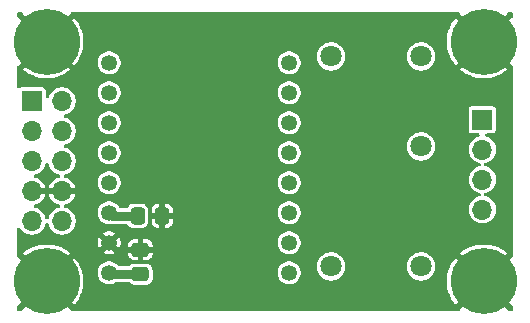
<source format=gbr>
%TF.GenerationSoftware,KiCad,Pcbnew,9.0.0*%
%TF.CreationDate,2025-07-05T14:51:00+02:00*%
%TF.ProjectId,pc-switch,70632d73-7769-4746-9368-2e6b69636164,rev?*%
%TF.SameCoordinates,Original*%
%TF.FileFunction,Copper,L2,Bot*%
%TF.FilePolarity,Positive*%
%FSLAX46Y46*%
G04 Gerber Fmt 4.6, Leading zero omitted, Abs format (unit mm)*
G04 Created by KiCad (PCBNEW 9.0.0) date 2025-07-05 14:51:00*
%MOMM*%
%LPD*%
G01*
G04 APERTURE LIST*
G04 Aperture macros list*
%AMRoundRect*
0 Rectangle with rounded corners*
0 $1 Rounding radius*
0 $2 $3 $4 $5 $6 $7 $8 $9 X,Y pos of 4 corners*
0 Add a 4 corners polygon primitive as box body*
4,1,4,$2,$3,$4,$5,$6,$7,$8,$9,$2,$3,0*
0 Add four circle primitives for the rounded corners*
1,1,$1+$1,$2,$3*
1,1,$1+$1,$4,$5*
1,1,$1+$1,$6,$7*
1,1,$1+$1,$8,$9*
0 Add four rect primitives between the rounded corners*
20,1,$1+$1,$2,$3,$4,$5,0*
20,1,$1+$1,$4,$5,$6,$7,0*
20,1,$1+$1,$6,$7,$8,$9,0*
20,1,$1+$1,$8,$9,$2,$3,0*%
G04 Aperture macros list end*
%TA.AperFunction,ComponentPad*%
%ADD10R,1.700000X1.700000*%
%TD*%
%TA.AperFunction,ComponentPad*%
%ADD11O,1.700000X1.700000*%
%TD*%
%TA.AperFunction,ComponentPad*%
%ADD12C,5.600000*%
%TD*%
%TA.AperFunction,SMDPad,CuDef*%
%ADD13RoundRect,0.250000X-0.337500X-0.475000X0.337500X-0.475000X0.337500X0.475000X-0.337500X0.475000X0*%
%TD*%
%TA.AperFunction,SMDPad,CuDef*%
%ADD14RoundRect,0.250000X0.475000X-0.337500X0.475000X0.337500X-0.475000X0.337500X-0.475000X-0.337500X0*%
%TD*%
%TA.AperFunction,ComponentPad*%
%ADD15C,1.803400*%
%TD*%
%TA.AperFunction,ComponentPad*%
%ADD16C,1.348000*%
%TD*%
%TA.AperFunction,ViaPad*%
%ADD17C,0.600000*%
%TD*%
%TA.AperFunction,Conductor*%
%ADD18C,0.750000*%
%TD*%
G04 APERTURE END LIST*
D10*
%TO.P,J103,1,Pin_1*%
%TO.N,/SW_1*%
X153750000Y-83300000D03*
D11*
%TO.P,J103,2,Pin_2*%
%TO.N,/SW_0*%
X153750000Y-85840000D03*
%TO.P,J103,3,Pin_3*%
%TO.N,/SW_1*%
X153750000Y-88380000D03*
%TO.P,J103,4,Pin_4*%
%TO.N,/SW_0*%
X153750000Y-90920000D03*
%TD*%
D12*
%TO.P,H103,1,1*%
%TO.N,GND*%
X153850000Y-97000000D03*
%TD*%
D13*
%TO.P,C102,1*%
%TO.N,+3V3*%
X124562500Y-91450000D03*
%TO.P,C102,2*%
%TO.N,GND*%
X126637500Y-91450000D03*
%TD*%
D14*
%TO.P,C101,1*%
%TO.N,+5V*%
X124800000Y-96387500D03*
%TO.P,C101,2*%
%TO.N,GND*%
X124800000Y-94312500D03*
%TD*%
D12*
%TO.P,H104,1,1*%
%TO.N,GND*%
X116850000Y-97000000D03*
%TD*%
%TO.P,H102,1,1*%
%TO.N,GND*%
X153850000Y-76700000D03*
%TD*%
%TO.P,H101,1,1*%
%TO.N,GND*%
X116850000Y-76700000D03*
%TD*%
D15*
%TO.P,U102,1,A1*%
%TO.N,Net-(U101-GPIO20)*%
X148552001Y-95735100D03*
%TO.P,U102,3,11*%
%TO.N,/SW_0*%
X148552001Y-85575100D03*
%TO.P,U102,5,14*%
%TO.N,/SW_1*%
X148552001Y-77955099D03*
%TO.P,U102,2,A2*%
%TO.N,Net-(U101-GPIO21)*%
X140932001Y-95735100D03*
%TO.P,U102,4,12*%
%TO.N,unconnected-(U102-12-Pad4)*%
X140932001Y-77955100D03*
%TD*%
D16*
%TO.P,U101,5,GPIO5*%
%TO.N,unconnected-(U101-GPIO5-Pad5)*%
X137380000Y-96270000D03*
%TO.P,U101,6,GPIO6*%
%TO.N,unconnected-(U101-GPIO6-Pad6)*%
X137380000Y-93730000D03*
%TO.P,U101,7,GPIO7*%
%TO.N,unconnected-(U101-GPIO7-Pad7)*%
X137380000Y-91190000D03*
%TO.P,U101,8,GPIO8*%
%TO.N,unconnected-(U101-GPIO8-Pad8)*%
X137380000Y-88650000D03*
%TO.P,U101,9,GPIO9*%
%TO.N,unconnected-(U101-GPIO9-Pad9)*%
X137380000Y-86110000D03*
%TO.P,U101,10,GPIO10*%
%TO.N,unconnected-(U101-GPIO10-Pad10)*%
X137380000Y-83570000D03*
%TO.P,U101,20,GPIO20*%
%TO.N,Net-(U101-GPIO20)*%
X137380000Y-81030000D03*
%TO.P,U101,21,GPIO21*%
%TO.N,Net-(U101-GPIO21)*%
X137380000Y-78490000D03*
%TO.P,U101,0,GPIO0*%
%TO.N,unconnected-(U101-GPIO0-Pad0)*%
X122140000Y-78490000D03*
%TO.P,U101,1,GPIO1*%
%TO.N,unconnected-(U101-GPIO1-Pad1)*%
X122140000Y-81030000D03*
%TO.P,U101,2,GPIO2*%
%TO.N,unconnected-(U101-GPIO2-Pad2)*%
X122140000Y-83570000D03*
%TO.P,U101,3,GPIO3*%
%TO.N,unconnected-(U101-GPIO3-Pad3)*%
X122140000Y-86110000D03*
%TO.P,U101,4,GPIO4*%
%TO.N,unconnected-(U101-GPIO4-Pad4)*%
X122140000Y-88650000D03*
%TO.P,U101,3.3,3V3*%
%TO.N,+3V3*%
X122140000Y-91190000D03*
%TO.P,U101,G,GND*%
%TO.N,GND*%
X122140000Y-93730000D03*
%TO.P,U101,5V,5V*%
%TO.N,+5V*%
X122140000Y-96270000D03*
%TD*%
D10*
%TO.P,J104,1,Pin_1*%
%TO.N,+5V*%
X115610000Y-81730000D03*
D11*
%TO.P,J104,2,Pin_2*%
X118150000Y-81730000D03*
%TO.P,J104,3,Pin_3*%
%TO.N,unconnected-(J104-Pin_3-Pad3)*%
X115610000Y-84270000D03*
%TO.P,J104,4,Pin_4*%
%TO.N,unconnected-(J104-Pin_4-Pad4)*%
X118150000Y-84270000D03*
%TO.P,J104,5,Pin_5*%
%TO.N,unconnected-(J104-Pin_5-Pad5)*%
X115610000Y-86810000D03*
%TO.P,J104,6,Pin_6*%
%TO.N,unconnected-(J104-Pin_6-Pad6)*%
X118150000Y-86810000D03*
%TO.P,J104,7,Pin_7*%
%TO.N,GND*%
X115610000Y-89350000D03*
%TO.P,J104,8,Pin_8*%
X118150000Y-89350000D03*
%TO.P,J104,9,Pin_9*%
%TO.N,unconnected-(J104-Pin_9-Pad9)*%
X115610000Y-91890000D03*
%TO.P,J104,10,Pin_10*%
%TO.N,unconnected-(J104-Pin_10-Pad10)*%
X118150000Y-91890000D03*
%TD*%
D17*
%TO.N,GND*%
X136150000Y-90000000D03*
X136200000Y-84800000D03*
%TD*%
D18*
%TO.N,+3V3*%
X122400000Y-91450000D02*
X122140000Y-91190000D01*
X124562500Y-91450000D02*
X122400000Y-91450000D01*
%TO.N,+5V*%
X122257500Y-96387500D02*
X122140000Y-96270000D01*
X124800000Y-96387500D02*
X122257500Y-96387500D01*
%TD*%
%TA.AperFunction,Conductor*%
%TO.N,GND*%
G36*
X115629588Y-98042330D02*
G01*
X115807670Y-98220412D01*
X115909300Y-98294251D01*
X114835045Y-99368506D01*
X114830933Y-99383850D01*
X114823882Y-99417647D01*
X114821020Y-99420849D01*
X114819908Y-99425000D01*
X114795492Y-99449415D01*
X114772489Y-99475157D01*
X114768408Y-99476499D01*
X114765370Y-99479538D01*
X114732022Y-99488473D01*
X114699225Y-99499266D01*
X114690870Y-99499500D01*
X114499500Y-99499500D01*
X114425000Y-99479538D01*
X114370462Y-99425000D01*
X114350500Y-99350500D01*
X114350500Y-99159129D01*
X114370462Y-99084629D01*
X114425000Y-99030091D01*
X114481491Y-99014954D01*
X115555747Y-97940697D01*
X115629588Y-98042330D01*
G37*
%TD.AperFunction*%
%TA.AperFunction,Conductor*%
G36*
X151765370Y-74220462D02*
G01*
X151819908Y-74275000D01*
X151835044Y-74331491D01*
X152909301Y-75405748D01*
X152807670Y-75479588D01*
X152629588Y-75657670D01*
X152555748Y-75759301D01*
X151487240Y-74690793D01*
X151487239Y-74690793D01*
X151317774Y-74903294D01*
X151132532Y-75198107D01*
X150981462Y-75511806D01*
X150981459Y-75511815D01*
X150866461Y-75840461D01*
X150866460Y-75840463D01*
X150788984Y-76179907D01*
X150750000Y-76525908D01*
X150750000Y-76874091D01*
X150788984Y-77220092D01*
X150866460Y-77559536D01*
X150866461Y-77559538D01*
X150981459Y-77888184D01*
X150981462Y-77888193D01*
X151132532Y-78201892D01*
X151317775Y-78496706D01*
X151487240Y-78709205D01*
X152555747Y-77640697D01*
X152629588Y-77742330D01*
X152807670Y-77920412D01*
X152909300Y-77994251D01*
X151840793Y-79062758D01*
X151840793Y-79062759D01*
X152053293Y-79232224D01*
X152348107Y-79417467D01*
X152661806Y-79568537D01*
X152661815Y-79568540D01*
X152990461Y-79683538D01*
X152990463Y-79683539D01*
X153329907Y-79761015D01*
X153675908Y-79800000D01*
X154024092Y-79800000D01*
X154370092Y-79761015D01*
X154709536Y-79683539D01*
X154709538Y-79683538D01*
X155038184Y-79568540D01*
X155038193Y-79568537D01*
X155351892Y-79417467D01*
X155646706Y-79232224D01*
X155859205Y-79062759D01*
X155859205Y-79062758D01*
X154790698Y-77994251D01*
X154892330Y-77920412D01*
X155070412Y-77742330D01*
X155144251Y-77640698D01*
X156219656Y-78716103D01*
X156267647Y-78726117D01*
X156325157Y-78777510D01*
X156349266Y-78850774D01*
X156349500Y-78859129D01*
X156349500Y-94840869D01*
X156329538Y-94915369D01*
X156275000Y-94969907D01*
X156218508Y-94985043D01*
X155144251Y-96059300D01*
X155070412Y-95957670D01*
X154892330Y-95779588D01*
X154790697Y-95705747D01*
X155859205Y-94637240D01*
X155859205Y-94637239D01*
X155646706Y-94467775D01*
X155351892Y-94282532D01*
X155038193Y-94131462D01*
X155038184Y-94131459D01*
X154709538Y-94016461D01*
X154709536Y-94016460D01*
X154370092Y-93938984D01*
X154024092Y-93900000D01*
X153675908Y-93900000D01*
X153329907Y-93938984D01*
X152990463Y-94016460D01*
X152990461Y-94016461D01*
X152661815Y-94131459D01*
X152661806Y-94131462D01*
X152348107Y-94282532D01*
X152053294Y-94467774D01*
X151840793Y-94637239D01*
X151840793Y-94637240D01*
X152909301Y-95705748D01*
X152807670Y-95779588D01*
X152629588Y-95957670D01*
X152555748Y-96059301D01*
X151487240Y-94990793D01*
X151487239Y-94990793D01*
X151317774Y-95203294D01*
X151132532Y-95498107D01*
X150981462Y-95811806D01*
X150981459Y-95811815D01*
X150866461Y-96140461D01*
X150866460Y-96140463D01*
X150788984Y-96479907D01*
X150750000Y-96825908D01*
X150750000Y-97174091D01*
X150788984Y-97520092D01*
X150866460Y-97859536D01*
X150866461Y-97859538D01*
X150981459Y-98188184D01*
X150981462Y-98188193D01*
X151132532Y-98501892D01*
X151317775Y-98796706D01*
X151487240Y-99009205D01*
X152555747Y-97940697D01*
X152629588Y-98042330D01*
X152807670Y-98220412D01*
X152909300Y-98294251D01*
X151833895Y-99369656D01*
X151823882Y-99417647D01*
X151772489Y-99475157D01*
X151699225Y-99499266D01*
X151690870Y-99499500D01*
X119009129Y-99499500D01*
X118934629Y-99479538D01*
X118880091Y-99425000D01*
X118864953Y-99368506D01*
X117790698Y-98294251D01*
X117892330Y-98220412D01*
X118070412Y-98042330D01*
X118144251Y-97940698D01*
X119212758Y-99009205D01*
X119212759Y-99009205D01*
X119382224Y-98796706D01*
X119567467Y-98501892D01*
X119718537Y-98188193D01*
X119718540Y-98188184D01*
X119833538Y-97859538D01*
X119833539Y-97859536D01*
X119911015Y-97520092D01*
X119950000Y-97174091D01*
X119950000Y-96825908D01*
X119911015Y-96479907D01*
X119847095Y-96199856D01*
X119847095Y-96199855D01*
X119841197Y-96174016D01*
X121165500Y-96174016D01*
X121165500Y-96365983D01*
X121202949Y-96554250D01*
X121202950Y-96554252D01*
X121276405Y-96731591D01*
X121276409Y-96731599D01*
X121297598Y-96763311D01*
X121383057Y-96891207D01*
X121518793Y-97026943D01*
X121678401Y-97133591D01*
X121855749Y-97207050D01*
X122044020Y-97244500D01*
X122044024Y-97244500D01*
X122235976Y-97244500D01*
X122235980Y-97244500D01*
X122424251Y-97207050D01*
X122601599Y-97133591D01*
X122669663Y-97088112D01*
X122742698Y-97063319D01*
X122752444Y-97063000D01*
X123816423Y-97063000D01*
X123890923Y-97082962D01*
X123923713Y-97111881D01*
X123924876Y-97110719D01*
X123932074Y-97117917D01*
X123932078Y-97117922D01*
X124052658Y-97209361D01*
X124193436Y-97264877D01*
X124281898Y-97275500D01*
X124281899Y-97275500D01*
X125318101Y-97275500D01*
X125318102Y-97275500D01*
X125406564Y-97264877D01*
X125547342Y-97209361D01*
X125667922Y-97117922D01*
X125759361Y-96997342D01*
X125814877Y-96856564D01*
X125825500Y-96768102D01*
X125825500Y-96174016D01*
X136405500Y-96174016D01*
X136405500Y-96365983D01*
X136442949Y-96554250D01*
X136442950Y-96554252D01*
X136516405Y-96731591D01*
X136516409Y-96731599D01*
X136537598Y-96763311D01*
X136623057Y-96891207D01*
X136758793Y-97026943D01*
X136918401Y-97133591D01*
X137095749Y-97207050D01*
X137284020Y-97244500D01*
X137284024Y-97244500D01*
X137475976Y-97244500D01*
X137475980Y-97244500D01*
X137664251Y-97207050D01*
X137841599Y-97133591D01*
X138001207Y-97026943D01*
X138136943Y-96891207D01*
X138243591Y-96731599D01*
X138317050Y-96554251D01*
X138354500Y-96365980D01*
X138354500Y-96174020D01*
X138317050Y-95985749D01*
X138270733Y-95873929D01*
X138243594Y-95808408D01*
X138243593Y-95808406D01*
X138243591Y-95808401D01*
X138182793Y-95717411D01*
X138182792Y-95717409D01*
X138136947Y-95648798D01*
X138136941Y-95648791D01*
X138128635Y-95640485D01*
X139729801Y-95640485D01*
X139729801Y-95829715D01*
X139750068Y-95957670D01*
X139759404Y-96016618D01*
X139817875Y-96196574D01*
X139817877Y-96196579D01*
X139817879Y-96196584D01*
X139903788Y-96365190D01*
X140015015Y-96518280D01*
X140148821Y-96652086D01*
X140301911Y-96763313D01*
X140470517Y-96849222D01*
X140650485Y-96907697D01*
X140837386Y-96937300D01*
X140837391Y-96937300D01*
X141026611Y-96937300D01*
X141026616Y-96937300D01*
X141213517Y-96907697D01*
X141393485Y-96849222D01*
X141562091Y-96763313D01*
X141715181Y-96652086D01*
X141848987Y-96518280D01*
X141960214Y-96365190D01*
X142046123Y-96196584D01*
X142104598Y-96016616D01*
X142134201Y-95829715D01*
X142134201Y-95640485D01*
X147349801Y-95640485D01*
X147349801Y-95829715D01*
X147370068Y-95957670D01*
X147379404Y-96016618D01*
X147437875Y-96196574D01*
X147437877Y-96196579D01*
X147437879Y-96196584D01*
X147523788Y-96365190D01*
X147635015Y-96518280D01*
X147768821Y-96652086D01*
X147921911Y-96763313D01*
X148090517Y-96849222D01*
X148270485Y-96907697D01*
X148457386Y-96937300D01*
X148457391Y-96937300D01*
X148646611Y-96937300D01*
X148646616Y-96937300D01*
X148833517Y-96907697D01*
X149013485Y-96849222D01*
X149182091Y-96763313D01*
X149335181Y-96652086D01*
X149468987Y-96518280D01*
X149580214Y-96365190D01*
X149666123Y-96196584D01*
X149724598Y-96016616D01*
X149754201Y-95829715D01*
X149754201Y-95640485D01*
X149724598Y-95453584D01*
X149666123Y-95273616D01*
X149580214Y-95105010D01*
X149468987Y-94951920D01*
X149335181Y-94818114D01*
X149182091Y-94706887D01*
X149013485Y-94620978D01*
X149013480Y-94620976D01*
X149013475Y-94620974D01*
X148833519Y-94562503D01*
X148780116Y-94554045D01*
X148646616Y-94532900D01*
X148457386Y-94532900D01*
X148340572Y-94551401D01*
X148270482Y-94562503D01*
X148090526Y-94620974D01*
X148090511Y-94620981D01*
X147921909Y-94706888D01*
X147768830Y-94818107D01*
X147768819Y-94818116D01*
X147635017Y-94951918D01*
X147635008Y-94951929D01*
X147523789Y-95105008D01*
X147437882Y-95273610D01*
X147437875Y-95273625D01*
X147379404Y-95453581D01*
X147379404Y-95453584D01*
X147349801Y-95640485D01*
X142134201Y-95640485D01*
X142104598Y-95453584D01*
X142046123Y-95273616D01*
X141960214Y-95105010D01*
X141848987Y-94951920D01*
X141715181Y-94818114D01*
X141562091Y-94706887D01*
X141393485Y-94620978D01*
X141393480Y-94620976D01*
X141393475Y-94620974D01*
X141213519Y-94562503D01*
X141160116Y-94554045D01*
X141026616Y-94532900D01*
X140837386Y-94532900D01*
X140720572Y-94551401D01*
X140650482Y-94562503D01*
X140470526Y-94620974D01*
X140470511Y-94620981D01*
X140301909Y-94706888D01*
X140148830Y-94818107D01*
X140148819Y-94818116D01*
X140015017Y-94951918D01*
X140015008Y-94951929D01*
X139903789Y-95105008D01*
X139817882Y-95273610D01*
X139817875Y-95273625D01*
X139759404Y-95453581D01*
X139759404Y-95453584D01*
X139729801Y-95640485D01*
X138128635Y-95640485D01*
X138001208Y-95513058D01*
X138001203Y-95513054D01*
X137841599Y-95406409D01*
X137841591Y-95406405D01*
X137664252Y-95332950D01*
X137664250Y-95332949D01*
X137475983Y-95295500D01*
X137475980Y-95295500D01*
X137284020Y-95295500D01*
X137284016Y-95295500D01*
X137095749Y-95332949D01*
X137095747Y-95332950D01*
X136918408Y-95406405D01*
X136918400Y-95406409D01*
X136758796Y-95513054D01*
X136758791Y-95513058D01*
X136623058Y-95648791D01*
X136623054Y-95648796D01*
X136516409Y-95808400D01*
X136516405Y-95808408D01*
X136442950Y-95985747D01*
X136442949Y-95985749D01*
X136405500Y-96174016D01*
X125825500Y-96174016D01*
X125825500Y-96006898D01*
X125814877Y-95918436D01*
X125759361Y-95777658D01*
X125709571Y-95712000D01*
X125667923Y-95657079D01*
X125667920Y-95657076D01*
X125620982Y-95621482D01*
X125547342Y-95565639D01*
X125547341Y-95565638D01*
X125406563Y-95510122D01*
X125318105Y-95499500D01*
X125318102Y-95499500D01*
X124281898Y-95499500D01*
X124281894Y-95499500D01*
X124193436Y-95510122D01*
X124052658Y-95565638D01*
X124052658Y-95565639D01*
X123932081Y-95657075D01*
X123924876Y-95664281D01*
X123923033Y-95662438D01*
X123874213Y-95700337D01*
X123816423Y-95712000D01*
X123018819Y-95712000D01*
X122944319Y-95692038D01*
X122902973Y-95653313D01*
X122901587Y-95654452D01*
X122896941Y-95648791D01*
X122761208Y-95513058D01*
X122761203Y-95513054D01*
X122601599Y-95406409D01*
X122601591Y-95406405D01*
X122424252Y-95332950D01*
X122424250Y-95332949D01*
X122235983Y-95295500D01*
X122235980Y-95295500D01*
X122044020Y-95295500D01*
X122044016Y-95295500D01*
X121855749Y-95332949D01*
X121855747Y-95332950D01*
X121678408Y-95406405D01*
X121678400Y-95406409D01*
X121518796Y-95513054D01*
X121518791Y-95513058D01*
X121383058Y-95648791D01*
X121383054Y-95648796D01*
X121276409Y-95808400D01*
X121276405Y-95808408D01*
X121202950Y-95985747D01*
X121202949Y-95985749D01*
X121165500Y-96174016D01*
X119841197Y-96174016D01*
X119833540Y-96140466D01*
X119833538Y-96140461D01*
X119718540Y-95811815D01*
X119718537Y-95811806D01*
X119567467Y-95498107D01*
X119382224Y-95203293D01*
X119212758Y-94990793D01*
X118144250Y-96059300D01*
X118070412Y-95957670D01*
X117892330Y-95779588D01*
X117790697Y-95705747D01*
X118859205Y-94637240D01*
X118859205Y-94637239D01*
X118856136Y-94634792D01*
X118646706Y-94467775D01*
X118351892Y-94282532D01*
X118038193Y-94131462D01*
X118038184Y-94131459D01*
X117709538Y-94016461D01*
X117709536Y-94016460D01*
X117370092Y-93938984D01*
X117024092Y-93900000D01*
X116675908Y-93900000D01*
X116329907Y-93938984D01*
X115990463Y-94016460D01*
X115990461Y-94016461D01*
X115661815Y-94131459D01*
X115661806Y-94131462D01*
X115348107Y-94282532D01*
X115053294Y-94467774D01*
X114840793Y-94637239D01*
X114840793Y-94637240D01*
X115909301Y-95705748D01*
X115807670Y-95779588D01*
X115629588Y-95957670D01*
X115555748Y-96059301D01*
X114481490Y-94985043D01*
X114466150Y-94980933D01*
X114432350Y-94973880D01*
X114429148Y-94971018D01*
X114425000Y-94969907D01*
X114400585Y-94945492D01*
X114374841Y-94922485D01*
X114373498Y-94918405D01*
X114370462Y-94915369D01*
X114361526Y-94882019D01*
X114350734Y-94849221D01*
X114350500Y-94840869D01*
X114350500Y-93634068D01*
X121166000Y-93634068D01*
X121166000Y-93825931D01*
X121203429Y-94014102D01*
X121276852Y-94191364D01*
X121296170Y-94220274D01*
X121296171Y-94220274D01*
X121722356Y-93794089D01*
X121748622Y-93892114D01*
X121803916Y-93987886D01*
X121882114Y-94066084D01*
X121977886Y-94121378D01*
X122075909Y-94147643D01*
X121649724Y-94573827D01*
X121649724Y-94573828D01*
X121678641Y-94593150D01*
X121855893Y-94666569D01*
X121855897Y-94666570D01*
X122044069Y-94704000D01*
X122235931Y-94704000D01*
X122290929Y-94693060D01*
X123775000Y-94693060D01*
X123785613Y-94781443D01*
X123841079Y-94922096D01*
X123932433Y-95042562D01*
X123932437Y-95042566D01*
X124052904Y-95133920D01*
X124052903Y-95133920D01*
X124193556Y-95189386D01*
X124281939Y-95199999D01*
X124281941Y-95200000D01*
X124550000Y-95200000D01*
X125050000Y-95200000D01*
X125318059Y-95200000D01*
X125318060Y-95199999D01*
X125406443Y-95189386D01*
X125547096Y-95133920D01*
X125667562Y-95042566D01*
X125667566Y-95042562D01*
X125758920Y-94922096D01*
X125814386Y-94781443D01*
X125824999Y-94693060D01*
X125825000Y-94693058D01*
X125825000Y-94562500D01*
X125050000Y-94562500D01*
X125050000Y-95200000D01*
X124550000Y-95200000D01*
X124550000Y-94562500D01*
X123775000Y-94562500D01*
X123775000Y-94693060D01*
X122290929Y-94693060D01*
X122424102Y-94666570D01*
X122424106Y-94666569D01*
X122601352Y-94593152D01*
X122601362Y-94593147D01*
X122630274Y-94573827D01*
X122204090Y-94147643D01*
X122302114Y-94121378D01*
X122397886Y-94066084D01*
X122476084Y-93987886D01*
X122531378Y-93892114D01*
X122557643Y-93794090D01*
X122983827Y-94220274D01*
X123003147Y-94191362D01*
X123003152Y-94191352D01*
X123076569Y-94014106D01*
X123076570Y-94014102D01*
X123092913Y-93931939D01*
X123775000Y-93931939D01*
X123775000Y-94062500D01*
X124550000Y-94062500D01*
X125050000Y-94062500D01*
X125825000Y-94062500D01*
X125825000Y-93931941D01*
X125824999Y-93931939D01*
X125814386Y-93843556D01*
X125758920Y-93702903D01*
X125706680Y-93634016D01*
X136405500Y-93634016D01*
X136405500Y-93825983D01*
X136442949Y-94014250D01*
X136442950Y-94014252D01*
X136516405Y-94191591D01*
X136516409Y-94191599D01*
X136623057Y-94351207D01*
X136758793Y-94486943D01*
X136918401Y-94593591D01*
X137095749Y-94667050D01*
X137284020Y-94704500D01*
X137284024Y-94704500D01*
X137475976Y-94704500D01*
X137475980Y-94704500D01*
X137664251Y-94667050D01*
X137841599Y-94593591D01*
X138001207Y-94486943D01*
X138136943Y-94351207D01*
X138243591Y-94191599D01*
X138317050Y-94014251D01*
X138354500Y-93825980D01*
X138354500Y-93634020D01*
X138317050Y-93445749D01*
X138260822Y-93310000D01*
X138243594Y-93268408D01*
X138243593Y-93268406D01*
X138243591Y-93268401D01*
X138136943Y-93108793D01*
X138001207Y-92973057D01*
X137975995Y-92956211D01*
X137841599Y-92866409D01*
X137841591Y-92866405D01*
X137664252Y-92792950D01*
X137664250Y-92792949D01*
X137475983Y-92755500D01*
X137475980Y-92755500D01*
X137284020Y-92755500D01*
X137284016Y-92755500D01*
X137095749Y-92792949D01*
X137095747Y-92792950D01*
X136918408Y-92866405D01*
X136918400Y-92866409D01*
X136758796Y-92973054D01*
X136758791Y-92973058D01*
X136623058Y-93108791D01*
X136623054Y-93108796D01*
X136516409Y-93268400D01*
X136516405Y-93268408D01*
X136442950Y-93445747D01*
X136442949Y-93445749D01*
X136405500Y-93634016D01*
X125706680Y-93634016D01*
X125667566Y-93582437D01*
X125667562Y-93582433D01*
X125547095Y-93491079D01*
X125547096Y-93491079D01*
X125406443Y-93435613D01*
X125318060Y-93425000D01*
X125050000Y-93425000D01*
X125050000Y-94062500D01*
X124550000Y-94062500D01*
X124550000Y-93425000D01*
X124281939Y-93425000D01*
X124193556Y-93435613D01*
X124052903Y-93491079D01*
X123932437Y-93582433D01*
X123932433Y-93582437D01*
X123841079Y-93702903D01*
X123785613Y-93843556D01*
X123775000Y-93931939D01*
X123092913Y-93931939D01*
X123099581Y-93898419D01*
X123099581Y-93898418D01*
X123114000Y-93825929D01*
X123114000Y-93634068D01*
X123076570Y-93445897D01*
X123076569Y-93445893D01*
X123003150Y-93268641D01*
X122983827Y-93239724D01*
X122557642Y-93665908D01*
X122531378Y-93567886D01*
X122476084Y-93472114D01*
X122397886Y-93393916D01*
X122302114Y-93338622D01*
X122204089Y-93312356D01*
X122630274Y-92886171D01*
X122630274Y-92886170D01*
X122601364Y-92866852D01*
X122424102Y-92793429D01*
X122235931Y-92756000D01*
X122044069Y-92756000D01*
X121855897Y-92793429D01*
X121678640Y-92866851D01*
X121678630Y-92866856D01*
X121649724Y-92886170D01*
X122075910Y-93312356D01*
X121977886Y-93338622D01*
X121882114Y-93393916D01*
X121803916Y-93472114D01*
X121748622Y-93567886D01*
X121722356Y-93665910D01*
X121296170Y-93239724D01*
X121276856Y-93268630D01*
X121276851Y-93268640D01*
X121203429Y-93445897D01*
X121166000Y-93634068D01*
X114350500Y-93634068D01*
X114350500Y-92571726D01*
X114370462Y-92497226D01*
X114425000Y-92442688D01*
X114499500Y-92422726D01*
X114574000Y-92442688D01*
X114621536Y-92489003D01*
X114622563Y-92488258D01*
X114626004Y-92492994D01*
X114732447Y-92639501D01*
X114860499Y-92767553D01*
X115007006Y-92873996D01*
X115168361Y-92956211D01*
X115340591Y-93012171D01*
X115519454Y-93040500D01*
X115519458Y-93040500D01*
X115700542Y-93040500D01*
X115700546Y-93040500D01*
X115879409Y-93012171D01*
X116051639Y-92956211D01*
X116212994Y-92873996D01*
X116359501Y-92767553D01*
X116487553Y-92639501D01*
X116593996Y-92492994D01*
X116676211Y-92331639D01*
X116732171Y-92159409D01*
X116732834Y-92155223D01*
X116764204Y-92084762D01*
X116826602Y-92039427D01*
X116903307Y-92031364D01*
X116973768Y-92062734D01*
X117019103Y-92125132D01*
X117027166Y-92155223D01*
X117027828Y-92159408D01*
X117079215Y-92317562D01*
X117083789Y-92331639D01*
X117163970Y-92489003D01*
X117166005Y-92492995D01*
X117166005Y-92492996D01*
X117219225Y-92566247D01*
X117272447Y-92639501D01*
X117400499Y-92767553D01*
X117547006Y-92873996D01*
X117708361Y-92956211D01*
X117880591Y-93012171D01*
X118059454Y-93040500D01*
X118059458Y-93040500D01*
X118240542Y-93040500D01*
X118240546Y-93040500D01*
X118419409Y-93012171D01*
X118591639Y-92956211D01*
X118752994Y-92873996D01*
X118899501Y-92767553D01*
X119027553Y-92639501D01*
X119133996Y-92492994D01*
X119216211Y-92331639D01*
X119272171Y-92159409D01*
X119300500Y-91980546D01*
X119300500Y-91799454D01*
X119272171Y-91620591D01*
X119216211Y-91448361D01*
X119133996Y-91287006D01*
X119027553Y-91140499D01*
X118981070Y-91094016D01*
X121165500Y-91094016D01*
X121165500Y-91285983D01*
X121202949Y-91474250D01*
X121202950Y-91474252D01*
X121276405Y-91651591D01*
X121276409Y-91651599D01*
X121375205Y-91799457D01*
X121383057Y-91811207D01*
X121518793Y-91946943D01*
X121678401Y-92053591D01*
X121678406Y-92053593D01*
X121678408Y-92053594D01*
X121700474Y-92062734D01*
X121855749Y-92127050D01*
X122044020Y-92164500D01*
X122044024Y-92164500D01*
X122235976Y-92164500D01*
X122235980Y-92164500D01*
X122417650Y-92128362D01*
X122446719Y-92125500D01*
X123613085Y-92125500D01*
X123687585Y-92145462D01*
X123732696Y-92190573D01*
X123734481Y-92189221D01*
X123832076Y-92317920D01*
X123832079Y-92317923D01*
X123855547Y-92335719D01*
X123952658Y-92409361D01*
X124093436Y-92464877D01*
X124181898Y-92475500D01*
X124181899Y-92475500D01*
X124943101Y-92475500D01*
X124943102Y-92475500D01*
X125031564Y-92464877D01*
X125172342Y-92409361D01*
X125292922Y-92317922D01*
X125384361Y-92197342D01*
X125439877Y-92056564D01*
X125450500Y-91968102D01*
X125450500Y-91968060D01*
X125750000Y-91968060D01*
X125760613Y-92056443D01*
X125816079Y-92197096D01*
X125907433Y-92317562D01*
X125907437Y-92317566D01*
X126027904Y-92408920D01*
X126027903Y-92408920D01*
X126168556Y-92464386D01*
X126256939Y-92474999D01*
X126256941Y-92475000D01*
X126387500Y-92475000D01*
X126887500Y-92475000D01*
X127018059Y-92475000D01*
X127018060Y-92474999D01*
X127106443Y-92464386D01*
X127247096Y-92408920D01*
X127367562Y-92317566D01*
X127367566Y-92317562D01*
X127458920Y-92197096D01*
X127514386Y-92056443D01*
X127524999Y-91968060D01*
X127525000Y-91968058D01*
X127525000Y-91700000D01*
X126887500Y-91700000D01*
X126887500Y-92475000D01*
X126387500Y-92475000D01*
X126387500Y-91700000D01*
X125750000Y-91700000D01*
X125750000Y-91968060D01*
X125450500Y-91968060D01*
X125450500Y-90931939D01*
X125750000Y-90931939D01*
X125750000Y-91200000D01*
X126387500Y-91200000D01*
X126887500Y-91200000D01*
X127525000Y-91200000D01*
X127525000Y-91094016D01*
X136405500Y-91094016D01*
X136405500Y-91285983D01*
X136442949Y-91474250D01*
X136442950Y-91474252D01*
X136516405Y-91651591D01*
X136516409Y-91651599D01*
X136615205Y-91799457D01*
X136623057Y-91811207D01*
X136758793Y-91946943D01*
X136918401Y-92053591D01*
X136918406Y-92053593D01*
X136918408Y-92053594D01*
X136940474Y-92062734D01*
X137095749Y-92127050D01*
X137284020Y-92164500D01*
X137284024Y-92164500D01*
X137475976Y-92164500D01*
X137475980Y-92164500D01*
X137664251Y-92127050D01*
X137841599Y-92053591D01*
X138001207Y-91946943D01*
X138136943Y-91811207D01*
X138243591Y-91651599D01*
X138317050Y-91474251D01*
X138354500Y-91285980D01*
X138354500Y-91094020D01*
X138317050Y-90905749D01*
X138243591Y-90728401D01*
X138136943Y-90568793D01*
X138001207Y-90433057D01*
X137841599Y-90326409D01*
X137841591Y-90326405D01*
X137664252Y-90252950D01*
X137664250Y-90252949D01*
X137475983Y-90215500D01*
X137475980Y-90215500D01*
X137284020Y-90215500D01*
X137284016Y-90215500D01*
X137095749Y-90252949D01*
X137095747Y-90252950D01*
X136918408Y-90326405D01*
X136918400Y-90326409D01*
X136758796Y-90433054D01*
X136758791Y-90433058D01*
X136623058Y-90568791D01*
X136623054Y-90568796D01*
X136516409Y-90728400D01*
X136516405Y-90728408D01*
X136442950Y-90905747D01*
X136442949Y-90905749D01*
X136405500Y-91094016D01*
X127525000Y-91094016D01*
X127525000Y-90931941D01*
X127524999Y-90931939D01*
X127514386Y-90843556D01*
X127458920Y-90702903D01*
X127367566Y-90582437D01*
X127367562Y-90582433D01*
X127247095Y-90491079D01*
X127247096Y-90491079D01*
X127106443Y-90435613D01*
X127018060Y-90425000D01*
X126887500Y-90425000D01*
X126887500Y-91200000D01*
X126387500Y-91200000D01*
X126387500Y-90425000D01*
X126256939Y-90425000D01*
X126168556Y-90435613D01*
X126027903Y-90491079D01*
X125907437Y-90582433D01*
X125907433Y-90582437D01*
X125816079Y-90702903D01*
X125760613Y-90843556D01*
X125750000Y-90931939D01*
X125450500Y-90931939D01*
X125450500Y-90931898D01*
X125439877Y-90843436D01*
X125384361Y-90702658D01*
X125292922Y-90582078D01*
X125292920Y-90582076D01*
X125218934Y-90525971D01*
X125172342Y-90490639D01*
X125172341Y-90490638D01*
X125031563Y-90435122D01*
X124943105Y-90424500D01*
X124943102Y-90424500D01*
X124181898Y-90424500D01*
X124181894Y-90424500D01*
X124093436Y-90435122D01*
X123952658Y-90490638D01*
X123952658Y-90490639D01*
X123832079Y-90582076D01*
X123832076Y-90582079D01*
X123734481Y-90710779D01*
X123732473Y-90709256D01*
X123689047Y-90753682D01*
X123614779Y-90774490D01*
X123613085Y-90774500D01*
X123114035Y-90774500D01*
X123039535Y-90754538D01*
X122990146Y-90708280D01*
X122986553Y-90702903D01*
X122896943Y-90568793D01*
X122761207Y-90433057D01*
X122601599Y-90326409D01*
X122601591Y-90326405D01*
X122424252Y-90252950D01*
X122424250Y-90252949D01*
X122235983Y-90215500D01*
X122235980Y-90215500D01*
X122044020Y-90215500D01*
X122044016Y-90215500D01*
X121855749Y-90252949D01*
X121855747Y-90252950D01*
X121678408Y-90326405D01*
X121678400Y-90326409D01*
X121518796Y-90433054D01*
X121518791Y-90433058D01*
X121383058Y-90568791D01*
X121383054Y-90568796D01*
X121276409Y-90728400D01*
X121276405Y-90728408D01*
X121202950Y-90905747D01*
X121202949Y-90905749D01*
X121165500Y-91094016D01*
X118981070Y-91094016D01*
X118899501Y-91012447D01*
X118752994Y-90906004D01*
X118591639Y-90823789D01*
X118419409Y-90767829D01*
X118419403Y-90767827D01*
X118413614Y-90766910D01*
X118343156Y-90735536D01*
X118297825Y-90673135D01*
X118289767Y-90596429D01*
X118321141Y-90525971D01*
X118383542Y-90480640D01*
X118413633Y-90472579D01*
X118419294Y-90471682D01*
X118419297Y-90471681D01*
X118591449Y-90415746D01*
X118752732Y-90333567D01*
X118752733Y-90333566D01*
X118899173Y-90227171D01*
X118899176Y-90227169D01*
X119027169Y-90099176D01*
X119027171Y-90099173D01*
X119133566Y-89952733D01*
X119133567Y-89952732D01*
X119215744Y-89791453D01*
X119271682Y-89619292D01*
X119271683Y-89619284D01*
X119274739Y-89600000D01*
X118583012Y-89600000D01*
X118615925Y-89542993D01*
X118650000Y-89415826D01*
X118650000Y-89284174D01*
X118615925Y-89157007D01*
X118583012Y-89100000D01*
X119274738Y-89100000D01*
X119271683Y-89080715D01*
X119271682Y-89080707D01*
X119215744Y-88908546D01*
X119133567Y-88747267D01*
X119133566Y-88747266D01*
X119051477Y-88634280D01*
X119051476Y-88634277D01*
X119027176Y-88600831D01*
X119027169Y-88600823D01*
X118980362Y-88554016D01*
X121165500Y-88554016D01*
X121165500Y-88745983D01*
X121202949Y-88934250D01*
X121202950Y-88934252D01*
X121276405Y-89111591D01*
X121276409Y-89111599D01*
X121373933Y-89257553D01*
X121383057Y-89271207D01*
X121518793Y-89406943D01*
X121678401Y-89513591D01*
X121855749Y-89587050D01*
X122044020Y-89624500D01*
X122044024Y-89624500D01*
X122235976Y-89624500D01*
X122235980Y-89624500D01*
X122424251Y-89587050D01*
X122601599Y-89513591D01*
X122761207Y-89406943D01*
X122896943Y-89271207D01*
X123003591Y-89111599D01*
X123077050Y-88934251D01*
X123114500Y-88745980D01*
X123114500Y-88554020D01*
X123114499Y-88554016D01*
X136405500Y-88554016D01*
X136405500Y-88745983D01*
X136442949Y-88934250D01*
X136442950Y-88934252D01*
X136516405Y-89111591D01*
X136516409Y-89111599D01*
X136613933Y-89257553D01*
X136623057Y-89271207D01*
X136758793Y-89406943D01*
X136918401Y-89513591D01*
X137095749Y-89587050D01*
X137284020Y-89624500D01*
X137284024Y-89624500D01*
X137475976Y-89624500D01*
X137475980Y-89624500D01*
X137664251Y-89587050D01*
X137841599Y-89513591D01*
X138001207Y-89406943D01*
X138136943Y-89271207D01*
X138243591Y-89111599D01*
X138317050Y-88934251D01*
X138354500Y-88745980D01*
X138354500Y-88554020D01*
X138317050Y-88365749D01*
X138243591Y-88188401D01*
X138136943Y-88028793D01*
X138001207Y-87893057D01*
X137975995Y-87876211D01*
X137841599Y-87786409D01*
X137841591Y-87786405D01*
X137664252Y-87712950D01*
X137664250Y-87712949D01*
X137475983Y-87675500D01*
X137475980Y-87675500D01*
X137284020Y-87675500D01*
X137284016Y-87675500D01*
X137095749Y-87712949D01*
X137095747Y-87712950D01*
X136918408Y-87786405D01*
X136918400Y-87786409D01*
X136758796Y-87893054D01*
X136758791Y-87893058D01*
X136623058Y-88028791D01*
X136623054Y-88028796D01*
X136516409Y-88188400D01*
X136516405Y-88188408D01*
X136442950Y-88365747D01*
X136442949Y-88365749D01*
X136405500Y-88554016D01*
X123114499Y-88554016D01*
X123077050Y-88365749D01*
X123003591Y-88188401D01*
X122896943Y-88028793D01*
X122761207Y-87893057D01*
X122735995Y-87876211D01*
X122601599Y-87786409D01*
X122601591Y-87786405D01*
X122424252Y-87712950D01*
X122424250Y-87712949D01*
X122235983Y-87675500D01*
X122235980Y-87675500D01*
X122044020Y-87675500D01*
X122044016Y-87675500D01*
X121855749Y-87712949D01*
X121855747Y-87712950D01*
X121678408Y-87786405D01*
X121678400Y-87786409D01*
X121518796Y-87893054D01*
X121518791Y-87893058D01*
X121383058Y-88028791D01*
X121383054Y-88028796D01*
X121276409Y-88188400D01*
X121276405Y-88188408D01*
X121202950Y-88365747D01*
X121202949Y-88365749D01*
X121165500Y-88554016D01*
X118980362Y-88554016D01*
X118899176Y-88472830D01*
X118899173Y-88472828D01*
X118752733Y-88366433D01*
X118752732Y-88366432D01*
X118591449Y-88284253D01*
X118419297Y-88228318D01*
X118419289Y-88228316D01*
X118413620Y-88227418D01*
X118343160Y-88196046D01*
X118297827Y-88133648D01*
X118289766Y-88056942D01*
X118321138Y-87986482D01*
X118383536Y-87941149D01*
X118413627Y-87933087D01*
X118415140Y-87932847D01*
X118419409Y-87932171D01*
X118591639Y-87876211D01*
X118752994Y-87793996D01*
X118899501Y-87687553D01*
X119027553Y-87559501D01*
X119133996Y-87412994D01*
X119216211Y-87251639D01*
X119272171Y-87079409D01*
X119300500Y-86900546D01*
X119300500Y-86719454D01*
X119272171Y-86540591D01*
X119216211Y-86368361D01*
X119133996Y-86207006D01*
X119132677Y-86205191D01*
X119052096Y-86094280D01*
X119027553Y-86060499D01*
X118981070Y-86014016D01*
X121165500Y-86014016D01*
X121165500Y-86205983D01*
X121202949Y-86394250D01*
X121202950Y-86394252D01*
X121276405Y-86571591D01*
X121276409Y-86571599D01*
X121375205Y-86719457D01*
X121383057Y-86731207D01*
X121518793Y-86866943D01*
X121678401Y-86973591D01*
X121855749Y-87047050D01*
X122044020Y-87084500D01*
X122044024Y-87084500D01*
X122235976Y-87084500D01*
X122235980Y-87084500D01*
X122424251Y-87047050D01*
X122601599Y-86973591D01*
X122761207Y-86866943D01*
X122896943Y-86731207D01*
X123003591Y-86571599D01*
X123077050Y-86394251D01*
X123114500Y-86205980D01*
X123114500Y-86014020D01*
X123114499Y-86014016D01*
X136405500Y-86014016D01*
X136405500Y-86205983D01*
X136442949Y-86394250D01*
X136442950Y-86394252D01*
X136516405Y-86571591D01*
X136516409Y-86571599D01*
X136615205Y-86719457D01*
X136623057Y-86731207D01*
X136758793Y-86866943D01*
X136918401Y-86973591D01*
X137095749Y-87047050D01*
X137284020Y-87084500D01*
X137284024Y-87084500D01*
X137475976Y-87084500D01*
X137475980Y-87084500D01*
X137664251Y-87047050D01*
X137841599Y-86973591D01*
X138001207Y-86866943D01*
X138136943Y-86731207D01*
X138243591Y-86571599D01*
X138317050Y-86394251D01*
X138354500Y-86205980D01*
X138354500Y-86014020D01*
X138317050Y-85825749D01*
X138256308Y-85679104D01*
X138243594Y-85648408D01*
X138243593Y-85648406D01*
X138243591Y-85648401D01*
X138206839Y-85593398D01*
X138182793Y-85557411D01*
X138182792Y-85557409D01*
X138136947Y-85488798D01*
X138136941Y-85488791D01*
X138128635Y-85480485D01*
X147349801Y-85480485D01*
X147349801Y-85669715D01*
X147370946Y-85803215D01*
X147379404Y-85856618D01*
X147437875Y-86036574D01*
X147437877Y-86036579D01*
X147437879Y-86036584D01*
X147523788Y-86205190D01*
X147635015Y-86358280D01*
X147768821Y-86492086D01*
X147921911Y-86603313D01*
X148090517Y-86689222D01*
X148270485Y-86747697D01*
X148457386Y-86777300D01*
X148457391Y-86777300D01*
X148646611Y-86777300D01*
X148646616Y-86777300D01*
X148833517Y-86747697D01*
X149013485Y-86689222D01*
X149182091Y-86603313D01*
X149335181Y-86492086D01*
X149468987Y-86358280D01*
X149580214Y-86205190D01*
X149666123Y-86036584D01*
X149724598Y-85856616D01*
X149754201Y-85669715D01*
X149754201Y-85480485D01*
X149724598Y-85293584D01*
X149666123Y-85113616D01*
X149580214Y-84945010D01*
X149468987Y-84791920D01*
X149335181Y-84658114D01*
X149182091Y-84546887D01*
X149013485Y-84460978D01*
X149013480Y-84460976D01*
X149013475Y-84460974D01*
X148833519Y-84402503D01*
X148780116Y-84394045D01*
X148646616Y-84372900D01*
X148457386Y-84372900D01*
X148340572Y-84391401D01*
X148270482Y-84402503D01*
X148090526Y-84460974D01*
X148090511Y-84460981D01*
X147921909Y-84546888D01*
X147768830Y-84658107D01*
X147768819Y-84658116D01*
X147635017Y-84791918D01*
X147635008Y-84791929D01*
X147523789Y-84945008D01*
X147437882Y-85113610D01*
X147437875Y-85113625D01*
X147379404Y-85293581D01*
X147372652Y-85336211D01*
X147349801Y-85480485D01*
X138128635Y-85480485D01*
X138001208Y-85353058D01*
X138001203Y-85353054D01*
X137841599Y-85246409D01*
X137841591Y-85246405D01*
X137664252Y-85172950D01*
X137664250Y-85172949D01*
X137475983Y-85135500D01*
X137475980Y-85135500D01*
X137284020Y-85135500D01*
X137284016Y-85135500D01*
X137095749Y-85172949D01*
X137095747Y-85172950D01*
X136918408Y-85246405D01*
X136918400Y-85246409D01*
X136758796Y-85353054D01*
X136758791Y-85353058D01*
X136623058Y-85488791D01*
X136623054Y-85488796D01*
X136516409Y-85648400D01*
X136516405Y-85648408D01*
X136442950Y-85825747D01*
X136442949Y-85825749D01*
X136405500Y-86014016D01*
X123114499Y-86014016D01*
X123077050Y-85825749D01*
X123016308Y-85679104D01*
X123003594Y-85648408D01*
X123003593Y-85648406D01*
X123003591Y-85648401D01*
X122896943Y-85488793D01*
X122761207Y-85353057D01*
X122735995Y-85336211D01*
X122601599Y-85246409D01*
X122601591Y-85246405D01*
X122424252Y-85172950D01*
X122424250Y-85172949D01*
X122235983Y-85135500D01*
X122235980Y-85135500D01*
X122044020Y-85135500D01*
X122044016Y-85135500D01*
X121855749Y-85172949D01*
X121855747Y-85172950D01*
X121678408Y-85246405D01*
X121678400Y-85246409D01*
X121518796Y-85353054D01*
X121518791Y-85353058D01*
X121383058Y-85488791D01*
X121383054Y-85488796D01*
X121276409Y-85648400D01*
X121276405Y-85648408D01*
X121202950Y-85825747D01*
X121202949Y-85825749D01*
X121165500Y-86014016D01*
X118981070Y-86014016D01*
X118899501Y-85932447D01*
X118752994Y-85826004D01*
X118591639Y-85743789D01*
X118419408Y-85687828D01*
X118415223Y-85687166D01*
X118344762Y-85655796D01*
X118299427Y-85593398D01*
X118291364Y-85516693D01*
X118322734Y-85446232D01*
X118385132Y-85400897D01*
X118415223Y-85392834D01*
X118415362Y-85392811D01*
X118419409Y-85392171D01*
X118591639Y-85336211D01*
X118752994Y-85253996D01*
X118899501Y-85147553D01*
X119027553Y-85019501D01*
X119133996Y-84872994D01*
X119216211Y-84711639D01*
X119272171Y-84539409D01*
X119300500Y-84360546D01*
X119300500Y-84179454D01*
X119272171Y-84000591D01*
X119216211Y-83828361D01*
X119133996Y-83667006D01*
X119027553Y-83520499D01*
X118981070Y-83474016D01*
X121165500Y-83474016D01*
X121165500Y-83665983D01*
X121202949Y-83854250D01*
X121202950Y-83854252D01*
X121276405Y-84031591D01*
X121276409Y-84031599D01*
X121375205Y-84179457D01*
X121383057Y-84191207D01*
X121518793Y-84326943D01*
X121678401Y-84433591D01*
X121678406Y-84433593D01*
X121678408Y-84433594D01*
X121712186Y-84447585D01*
X121855749Y-84507050D01*
X122044020Y-84544500D01*
X122044024Y-84544500D01*
X122235976Y-84544500D01*
X122235980Y-84544500D01*
X122424251Y-84507050D01*
X122601599Y-84433591D01*
X122761207Y-84326943D01*
X122896943Y-84191207D01*
X123003591Y-84031599D01*
X123077050Y-83854251D01*
X123114500Y-83665980D01*
X123114500Y-83474020D01*
X123114499Y-83474016D01*
X136405500Y-83474016D01*
X136405500Y-83665983D01*
X136442949Y-83854250D01*
X136442950Y-83854252D01*
X136516405Y-84031591D01*
X136516409Y-84031599D01*
X136615205Y-84179457D01*
X136623057Y-84191207D01*
X136758793Y-84326943D01*
X136918401Y-84433591D01*
X136918406Y-84433593D01*
X136918408Y-84433594D01*
X136952186Y-84447585D01*
X137095749Y-84507050D01*
X137284020Y-84544500D01*
X137284024Y-84544500D01*
X137475976Y-84544500D01*
X137475980Y-84544500D01*
X137664251Y-84507050D01*
X137841599Y-84433591D01*
X138001207Y-84326943D01*
X138136943Y-84191207D01*
X138243591Y-84031599D01*
X138317050Y-83854251D01*
X138354500Y-83665980D01*
X138354500Y-83474020D01*
X138317050Y-83285749D01*
X138243591Y-83108401D01*
X138136943Y-82948793D01*
X138001207Y-82813057D01*
X137987221Y-82803712D01*
X137841599Y-82706409D01*
X137841591Y-82706405D01*
X137664252Y-82632950D01*
X137664250Y-82632949D01*
X137475983Y-82595500D01*
X137475980Y-82595500D01*
X137284020Y-82595500D01*
X137284016Y-82595500D01*
X137095749Y-82632949D01*
X137095747Y-82632950D01*
X136918408Y-82706405D01*
X136918400Y-82706409D01*
X136758796Y-82813054D01*
X136758791Y-82813058D01*
X136623058Y-82948791D01*
X136623054Y-82948796D01*
X136516409Y-83108400D01*
X136516405Y-83108408D01*
X136442950Y-83285747D01*
X136442949Y-83285749D01*
X136405500Y-83474016D01*
X123114499Y-83474016D01*
X123077050Y-83285749D01*
X123003591Y-83108401D01*
X122896943Y-82948793D01*
X122761207Y-82813057D01*
X122747221Y-82803712D01*
X122601599Y-82706409D01*
X122601591Y-82706405D01*
X122424252Y-82632950D01*
X122424250Y-82632949D01*
X122235983Y-82595500D01*
X122235980Y-82595500D01*
X122044020Y-82595500D01*
X122044016Y-82595500D01*
X121855749Y-82632949D01*
X121855747Y-82632950D01*
X121678408Y-82706405D01*
X121678400Y-82706409D01*
X121518796Y-82813054D01*
X121518791Y-82813058D01*
X121383058Y-82948791D01*
X121383054Y-82948796D01*
X121276409Y-83108400D01*
X121276405Y-83108408D01*
X121202950Y-83285747D01*
X121202949Y-83285749D01*
X121165500Y-83474016D01*
X118981070Y-83474016D01*
X118899501Y-83392447D01*
X118752994Y-83286004D01*
X118591639Y-83203789D01*
X118591630Y-83203786D01*
X118419408Y-83147828D01*
X118415223Y-83147166D01*
X118344762Y-83115796D01*
X118299427Y-83053398D01*
X118291364Y-82976693D01*
X118322734Y-82906232D01*
X118385132Y-82860897D01*
X118415223Y-82852834D01*
X118415362Y-82852811D01*
X118419409Y-82852171D01*
X118591639Y-82796211D01*
X118752994Y-82713996D01*
X118899501Y-82607553D01*
X119027553Y-82479501D01*
X119081583Y-82405135D01*
X152599500Y-82405135D01*
X152599500Y-82405136D01*
X152599500Y-82405140D01*
X152599500Y-84194866D01*
X152602414Y-84219989D01*
X152602415Y-84219992D01*
X152647793Y-84322764D01*
X152647794Y-84322765D01*
X152727235Y-84402206D01*
X152830009Y-84447585D01*
X152855135Y-84450500D01*
X153362596Y-84450499D01*
X153437094Y-84470461D01*
X153491632Y-84524999D01*
X153511594Y-84599499D01*
X153491632Y-84673999D01*
X153437094Y-84728537D01*
X153408638Y-84741206D01*
X153308364Y-84773786D01*
X153308363Y-84773787D01*
X153147004Y-84856005D01*
X153147003Y-84856005D01*
X153000500Y-84962446D01*
X153000497Y-84962448D01*
X152872448Y-85090497D01*
X152872446Y-85090500D01*
X152766005Y-85237003D01*
X152766005Y-85237004D01*
X152683789Y-85398360D01*
X152654407Y-85488791D01*
X152627829Y-85570591D01*
X152599500Y-85749454D01*
X152599500Y-85930546D01*
X152627829Y-86109409D01*
X152683789Y-86281639D01*
X152727976Y-86368361D01*
X152766005Y-86442995D01*
X152766005Y-86442996D01*
X152819225Y-86516247D01*
X152872447Y-86589501D01*
X153000499Y-86717553D01*
X153147006Y-86823996D01*
X153308361Y-86906211D01*
X153480591Y-86962171D01*
X153480592Y-86962171D01*
X153480595Y-86962172D01*
X153484779Y-86962835D01*
X153555238Y-86994206D01*
X153600573Y-87056604D01*
X153608634Y-87133310D01*
X153577263Y-87203769D01*
X153514865Y-87249104D01*
X153484779Y-87257165D01*
X153480595Y-87257827D01*
X153308360Y-87313789D01*
X153147004Y-87396005D01*
X153147003Y-87396005D01*
X153000500Y-87502446D01*
X153000497Y-87502448D01*
X152872448Y-87630497D01*
X152872446Y-87630500D01*
X152766005Y-87777003D01*
X152766005Y-87777004D01*
X152683789Y-87938360D01*
X152675310Y-87964457D01*
X152627829Y-88110591D01*
X152599500Y-88289454D01*
X152599500Y-88470546D01*
X152627829Y-88649409D01*
X152683789Y-88821639D01*
X152766004Y-88982994D01*
X152872447Y-89129501D01*
X153000499Y-89257553D01*
X153147006Y-89363996D01*
X153308361Y-89446211D01*
X153480591Y-89502171D01*
X153480592Y-89502171D01*
X153480595Y-89502172D01*
X153484779Y-89502835D01*
X153555238Y-89534206D01*
X153600573Y-89596604D01*
X153608634Y-89673310D01*
X153577263Y-89743769D01*
X153514865Y-89789104D01*
X153484779Y-89797165D01*
X153480595Y-89797827D01*
X153308360Y-89853789D01*
X153147004Y-89936005D01*
X153147003Y-89936005D01*
X153000500Y-90042446D01*
X153000497Y-90042448D01*
X152872448Y-90170497D01*
X152872446Y-90170500D01*
X152766005Y-90317003D01*
X152766005Y-90317004D01*
X152683789Y-90478360D01*
X152649973Y-90582437D01*
X152627829Y-90650591D01*
X152599500Y-90829454D01*
X152599500Y-91010546D01*
X152627829Y-91189409D01*
X152683789Y-91361639D01*
X152766004Y-91522994D01*
X152872447Y-91669501D01*
X153000499Y-91797553D01*
X153147006Y-91903996D01*
X153308361Y-91986211D01*
X153480591Y-92042171D01*
X153659454Y-92070500D01*
X153659458Y-92070500D01*
X153840542Y-92070500D01*
X153840546Y-92070500D01*
X154019409Y-92042171D01*
X154191639Y-91986211D01*
X154352994Y-91903996D01*
X154499501Y-91797553D01*
X154627553Y-91669501D01*
X154733996Y-91522994D01*
X154816211Y-91361639D01*
X154872171Y-91189409D01*
X154900500Y-91010546D01*
X154900500Y-90829454D01*
X154872171Y-90650591D01*
X154816211Y-90478361D01*
X154733996Y-90317006D01*
X154627553Y-90170499D01*
X154499501Y-90042447D01*
X154352994Y-89936004D01*
X154191639Y-89853789D01*
X154019408Y-89797828D01*
X154015223Y-89797166D01*
X153944762Y-89765796D01*
X153899427Y-89703398D01*
X153891364Y-89626693D01*
X153922734Y-89556232D01*
X153985132Y-89510897D01*
X154015223Y-89502834D01*
X154015362Y-89502811D01*
X154019409Y-89502171D01*
X154191639Y-89446211D01*
X154352994Y-89363996D01*
X154499501Y-89257553D01*
X154627553Y-89129501D01*
X154733996Y-88982994D01*
X154816211Y-88821639D01*
X154872171Y-88649409D01*
X154900500Y-88470546D01*
X154900500Y-88289454D01*
X154872171Y-88110591D01*
X154816211Y-87938361D01*
X154733996Y-87777006D01*
X154627553Y-87630499D01*
X154499501Y-87502447D01*
X154352994Y-87396004D01*
X154191639Y-87313789D01*
X154019408Y-87257828D01*
X154015223Y-87257166D01*
X153944762Y-87225796D01*
X153899427Y-87163398D01*
X153891364Y-87086693D01*
X153922734Y-87016232D01*
X153985132Y-86970897D01*
X154015223Y-86962834D01*
X154015362Y-86962811D01*
X154019409Y-86962171D01*
X154191639Y-86906211D01*
X154352994Y-86823996D01*
X154499501Y-86717553D01*
X154627553Y-86589501D01*
X154733996Y-86442994D01*
X154816211Y-86281639D01*
X154872171Y-86109409D01*
X154900500Y-85930546D01*
X154900500Y-85749454D01*
X154872171Y-85570591D01*
X154816211Y-85398361D01*
X154733996Y-85237006D01*
X154627553Y-85090499D01*
X154499501Y-84962447D01*
X154352994Y-84856004D01*
X154191639Y-84773789D01*
X154191630Y-84773786D01*
X154091361Y-84741207D01*
X154026676Y-84699200D01*
X153991660Y-84630478D01*
X153995696Y-84553456D01*
X154037703Y-84488771D01*
X154106425Y-84453755D01*
X154137401Y-84450499D01*
X154644864Y-84450499D01*
X154644867Y-84450499D01*
X154659940Y-84448750D01*
X154669991Y-84447585D01*
X154772765Y-84402206D01*
X154852206Y-84322765D01*
X154897585Y-84219991D01*
X154900500Y-84194865D01*
X154900499Y-82405136D01*
X154897585Y-82380009D01*
X154852206Y-82277235D01*
X154772765Y-82197794D01*
X154772764Y-82197793D01*
X154669994Y-82152416D01*
X154669991Y-82152415D01*
X154669982Y-82152414D01*
X154644865Y-82149500D01*
X154644859Y-82149500D01*
X152855133Y-82149500D01*
X152830010Y-82152414D01*
X152830007Y-82152415D01*
X152727235Y-82197793D01*
X152647793Y-82277235D01*
X152602416Y-82380005D01*
X152602415Y-82380008D01*
X152602415Y-82380009D01*
X152599500Y-82405135D01*
X119081583Y-82405135D01*
X119133996Y-82332994D01*
X119216211Y-82171639D01*
X119272171Y-81999409D01*
X119300500Y-81820546D01*
X119300500Y-81639454D01*
X119272171Y-81460591D01*
X119216211Y-81288361D01*
X119133996Y-81127006D01*
X119027553Y-80980499D01*
X118981070Y-80934016D01*
X121165500Y-80934016D01*
X121165500Y-81125983D01*
X121202949Y-81314250D01*
X121202950Y-81314252D01*
X121276405Y-81491591D01*
X121276409Y-81491599D01*
X121375205Y-81639457D01*
X121383057Y-81651207D01*
X121518793Y-81786943D01*
X121678401Y-81893591D01*
X121855749Y-81967050D01*
X122044020Y-82004500D01*
X122044024Y-82004500D01*
X122235976Y-82004500D01*
X122235980Y-82004500D01*
X122424251Y-81967050D01*
X122601599Y-81893591D01*
X122761207Y-81786943D01*
X122896943Y-81651207D01*
X123003591Y-81491599D01*
X123077050Y-81314251D01*
X123114500Y-81125980D01*
X123114500Y-80934020D01*
X123114499Y-80934016D01*
X136405500Y-80934016D01*
X136405500Y-81125983D01*
X136442949Y-81314250D01*
X136442950Y-81314252D01*
X136516405Y-81491591D01*
X136516409Y-81491599D01*
X136615205Y-81639457D01*
X136623057Y-81651207D01*
X136758793Y-81786943D01*
X136918401Y-81893591D01*
X137095749Y-81967050D01*
X137284020Y-82004500D01*
X137284024Y-82004500D01*
X137475976Y-82004500D01*
X137475980Y-82004500D01*
X137664251Y-81967050D01*
X137841599Y-81893591D01*
X138001207Y-81786943D01*
X138136943Y-81651207D01*
X138243591Y-81491599D01*
X138317050Y-81314251D01*
X138354500Y-81125980D01*
X138354500Y-80934020D01*
X138317050Y-80745749D01*
X138243591Y-80568401D01*
X138136943Y-80408793D01*
X138001207Y-80273057D01*
X137841599Y-80166409D01*
X137841591Y-80166405D01*
X137664252Y-80092950D01*
X137664250Y-80092949D01*
X137475983Y-80055500D01*
X137475980Y-80055500D01*
X137284020Y-80055500D01*
X137284016Y-80055500D01*
X137095749Y-80092949D01*
X137095747Y-80092950D01*
X136918408Y-80166405D01*
X136918400Y-80166409D01*
X136758796Y-80273054D01*
X136758791Y-80273058D01*
X136623058Y-80408791D01*
X136623054Y-80408796D01*
X136516409Y-80568400D01*
X136516405Y-80568408D01*
X136442950Y-80745747D01*
X136442949Y-80745749D01*
X136405500Y-80934016D01*
X123114499Y-80934016D01*
X123077050Y-80745749D01*
X123003591Y-80568401D01*
X122896943Y-80408793D01*
X122761207Y-80273057D01*
X122601599Y-80166409D01*
X122601591Y-80166405D01*
X122424252Y-80092950D01*
X122424250Y-80092949D01*
X122235983Y-80055500D01*
X122235980Y-80055500D01*
X122044020Y-80055500D01*
X122044016Y-80055500D01*
X121855749Y-80092949D01*
X121855747Y-80092950D01*
X121678408Y-80166405D01*
X121678400Y-80166409D01*
X121518796Y-80273054D01*
X121518791Y-80273058D01*
X121383058Y-80408791D01*
X121383054Y-80408796D01*
X121276409Y-80568400D01*
X121276405Y-80568408D01*
X121202950Y-80745747D01*
X121202949Y-80745749D01*
X121165500Y-80934016D01*
X118981070Y-80934016D01*
X118899501Y-80852447D01*
X118752994Y-80746004D01*
X118591639Y-80663789D01*
X118419409Y-80607829D01*
X118240546Y-80579500D01*
X118059454Y-80579500D01*
X117880591Y-80607829D01*
X117708360Y-80663789D01*
X117547004Y-80746005D01*
X117547003Y-80746005D01*
X117400500Y-80852446D01*
X117400497Y-80852448D01*
X117272448Y-80980497D01*
X117272446Y-80980500D01*
X117166005Y-81127003D01*
X117166005Y-81127004D01*
X117083787Y-81288363D01*
X117083785Y-81288368D01*
X117051206Y-81388638D01*
X117009200Y-81453323D01*
X116940478Y-81488339D01*
X116863456Y-81484302D01*
X116798771Y-81442296D01*
X116763755Y-81373574D01*
X116760499Y-81342595D01*
X116760499Y-80835133D01*
X116757585Y-80810010D01*
X116757584Y-80810007D01*
X116729211Y-80745749D01*
X116712206Y-80707235D01*
X116632765Y-80627794D01*
X116632764Y-80627793D01*
X116529994Y-80582416D01*
X116529991Y-80582415D01*
X116529982Y-80582414D01*
X116504865Y-80579500D01*
X116504859Y-80579500D01*
X114715133Y-80579500D01*
X114690010Y-80582414D01*
X114690007Y-80582415D01*
X114587234Y-80627794D01*
X114583703Y-80630213D01*
X114510959Y-80655846D01*
X114435144Y-80641672D01*
X114376574Y-80591490D01*
X114350941Y-80518746D01*
X114350500Y-80507287D01*
X114350500Y-78859129D01*
X114370462Y-78784629D01*
X114425000Y-78730091D01*
X114481491Y-78714954D01*
X115555747Y-77640697D01*
X115629588Y-77742330D01*
X115807670Y-77920412D01*
X115909300Y-77994251D01*
X114840793Y-79062758D01*
X114840793Y-79062759D01*
X115053293Y-79232224D01*
X115348107Y-79417467D01*
X115661806Y-79568537D01*
X115661815Y-79568540D01*
X115990461Y-79683538D01*
X115990463Y-79683539D01*
X116329907Y-79761015D01*
X116675908Y-79800000D01*
X117024092Y-79800000D01*
X117370092Y-79761015D01*
X117709536Y-79683539D01*
X117709538Y-79683538D01*
X118038184Y-79568540D01*
X118038193Y-79568537D01*
X118351892Y-79417467D01*
X118646706Y-79232224D01*
X118859205Y-79062759D01*
X118859205Y-79062758D01*
X117790698Y-77994251D01*
X117892330Y-77920412D01*
X118070412Y-77742330D01*
X118144251Y-77640698D01*
X119212758Y-78709205D01*
X119212759Y-78709205D01*
X119382224Y-78496706D01*
X119446748Y-78394016D01*
X121165500Y-78394016D01*
X121165500Y-78585983D01*
X121202949Y-78774250D01*
X121202950Y-78774252D01*
X121276405Y-78951591D01*
X121276409Y-78951599D01*
X121355004Y-79069224D01*
X121383057Y-79111207D01*
X121518793Y-79246943D01*
X121678401Y-79353591D01*
X121855749Y-79427050D01*
X122044020Y-79464500D01*
X122044024Y-79464500D01*
X122235976Y-79464500D01*
X122235980Y-79464500D01*
X122424251Y-79427050D01*
X122601599Y-79353591D01*
X122761207Y-79246943D01*
X122896943Y-79111207D01*
X123003591Y-78951599D01*
X123077050Y-78774251D01*
X123114500Y-78585980D01*
X123114500Y-78394020D01*
X123114499Y-78394016D01*
X136405500Y-78394016D01*
X136405500Y-78585983D01*
X136442949Y-78774250D01*
X136442950Y-78774252D01*
X136516405Y-78951591D01*
X136516409Y-78951599D01*
X136595004Y-79069224D01*
X136623057Y-79111207D01*
X136758793Y-79246943D01*
X136918401Y-79353591D01*
X137095749Y-79427050D01*
X137284020Y-79464500D01*
X137284024Y-79464500D01*
X137475976Y-79464500D01*
X137475980Y-79464500D01*
X137664251Y-79427050D01*
X137841599Y-79353591D01*
X138001207Y-79246943D01*
X138136943Y-79111207D01*
X138243591Y-78951599D01*
X138317050Y-78774251D01*
X138354500Y-78585980D01*
X138354500Y-78394020D01*
X138317050Y-78205749D01*
X138260177Y-78068443D01*
X138243594Y-78028408D01*
X138243593Y-78028406D01*
X138243591Y-78028401D01*
X138182793Y-77937411D01*
X138182792Y-77937409D01*
X138136947Y-77868798D01*
X138136941Y-77868791D01*
X138128635Y-77860485D01*
X139729801Y-77860485D01*
X139729801Y-78049715D01*
X139750877Y-78182779D01*
X139759404Y-78236618D01*
X139817875Y-78416574D01*
X139817877Y-78416579D01*
X139817879Y-78416584D01*
X139903788Y-78585190D01*
X140015015Y-78738280D01*
X140148821Y-78872086D01*
X140301911Y-78983313D01*
X140470517Y-79069222D01*
X140650485Y-79127697D01*
X140837386Y-79157300D01*
X140837391Y-79157300D01*
X141026611Y-79157300D01*
X141026616Y-79157300D01*
X141213517Y-79127697D01*
X141393485Y-79069222D01*
X141562091Y-78983313D01*
X141715181Y-78872086D01*
X141848987Y-78738280D01*
X141960214Y-78585190D01*
X142046123Y-78416584D01*
X142104598Y-78236616D01*
X142134201Y-78049715D01*
X142134201Y-77860485D01*
X142134201Y-77860484D01*
X147349801Y-77860484D01*
X147349801Y-78049714D01*
X147370877Y-78182779D01*
X147379404Y-78236617D01*
X147437875Y-78416573D01*
X147437877Y-78416578D01*
X147437879Y-78416583D01*
X147523788Y-78585189D01*
X147635015Y-78738279D01*
X147768821Y-78872085D01*
X147921911Y-78983312D01*
X148090517Y-79069221D01*
X148270485Y-79127696D01*
X148457386Y-79157299D01*
X148457391Y-79157299D01*
X148646611Y-79157299D01*
X148646616Y-79157299D01*
X148833517Y-79127696D01*
X149013485Y-79069221D01*
X149182091Y-78983312D01*
X149335181Y-78872085D01*
X149468987Y-78738279D01*
X149580214Y-78585189D01*
X149666123Y-78416583D01*
X149724598Y-78236615D01*
X149754201Y-78049714D01*
X149754201Y-77860484D01*
X149724598Y-77673583D01*
X149666123Y-77493615D01*
X149580214Y-77325009D01*
X149468987Y-77171919D01*
X149335181Y-77038113D01*
X149182091Y-76926886D01*
X149013485Y-76840977D01*
X149013480Y-76840975D01*
X149013475Y-76840973D01*
X148833519Y-76782502D01*
X148780116Y-76774044D01*
X148646616Y-76752899D01*
X148457386Y-76752899D01*
X148340572Y-76771400D01*
X148270482Y-76782502D01*
X148090526Y-76840973D01*
X148090511Y-76840980D01*
X147921909Y-76926887D01*
X147768830Y-77038106D01*
X147768829Y-77038107D01*
X147768821Y-77038113D01*
X147635015Y-77171919D01*
X147635012Y-77171922D01*
X147635008Y-77171928D01*
X147523789Y-77325007D01*
X147437882Y-77493609D01*
X147437875Y-77493624D01*
X147379404Y-77673580D01*
X147369984Y-77733054D01*
X147349801Y-77860484D01*
X142134201Y-77860484D01*
X142104598Y-77673584D01*
X142046123Y-77493616D01*
X141960214Y-77325010D01*
X141848987Y-77171920D01*
X141715181Y-77038114D01*
X141562091Y-76926887D01*
X141393485Y-76840978D01*
X141393480Y-76840976D01*
X141393475Y-76840974D01*
X141213519Y-76782503D01*
X141160116Y-76774045D01*
X141026616Y-76752900D01*
X140837386Y-76752900D01*
X140720572Y-76771401D01*
X140650482Y-76782503D01*
X140470526Y-76840974D01*
X140470511Y-76840981D01*
X140301909Y-76926888D01*
X140148830Y-77038107D01*
X140148824Y-77038111D01*
X140148823Y-77038113D01*
X140148819Y-77038116D01*
X140015017Y-77171918D01*
X140015008Y-77171929D01*
X139903789Y-77325008D01*
X139817882Y-77493610D01*
X139817875Y-77493625D01*
X139759404Y-77673581D01*
X139759404Y-77673583D01*
X139759404Y-77673584D01*
X139729801Y-77860485D01*
X138128635Y-77860485D01*
X138001208Y-77733058D01*
X138001203Y-77733054D01*
X137841599Y-77626409D01*
X137841591Y-77626405D01*
X137664252Y-77552950D01*
X137664250Y-77552949D01*
X137475983Y-77515500D01*
X137475980Y-77515500D01*
X137284020Y-77515500D01*
X137284016Y-77515500D01*
X137095749Y-77552949D01*
X137095747Y-77552950D01*
X136918408Y-77626405D01*
X136918400Y-77626409D01*
X136758796Y-77733054D01*
X136758791Y-77733058D01*
X136623058Y-77868791D01*
X136623054Y-77868796D01*
X136516409Y-78028400D01*
X136516405Y-78028408D01*
X136442950Y-78205747D01*
X136442949Y-78205749D01*
X136405500Y-78394016D01*
X123114499Y-78394016D01*
X123077050Y-78205749D01*
X123020177Y-78068443D01*
X123003594Y-78028408D01*
X123003593Y-78028406D01*
X123003591Y-78028401D01*
X122896943Y-77868793D01*
X122761207Y-77733057D01*
X122672200Y-77673584D01*
X122601599Y-77626409D01*
X122601591Y-77626405D01*
X122424252Y-77552950D01*
X122424250Y-77552949D01*
X122235983Y-77515500D01*
X122235980Y-77515500D01*
X122044020Y-77515500D01*
X122044016Y-77515500D01*
X121855749Y-77552949D01*
X121855747Y-77552950D01*
X121678408Y-77626405D01*
X121678400Y-77626409D01*
X121518796Y-77733054D01*
X121518791Y-77733058D01*
X121383058Y-77868791D01*
X121383054Y-77868796D01*
X121276409Y-78028400D01*
X121276405Y-78028408D01*
X121202950Y-78205747D01*
X121202949Y-78205749D01*
X121165500Y-78394016D01*
X119446748Y-78394016D01*
X119501156Y-78307427D01*
X119501157Y-78307425D01*
X119567464Y-78201897D01*
X119567465Y-78201895D01*
X119718537Y-77888193D01*
X119718540Y-77888184D01*
X119833538Y-77559538D01*
X119833539Y-77559536D01*
X119911015Y-77220092D01*
X119950000Y-76874091D01*
X119950000Y-76525908D01*
X119911015Y-76179907D01*
X119833539Y-75840463D01*
X119833538Y-75840461D01*
X119718540Y-75511815D01*
X119718537Y-75511806D01*
X119567467Y-75198107D01*
X119382224Y-74903293D01*
X119212758Y-74690793D01*
X118144250Y-75759300D01*
X118070412Y-75657670D01*
X117892330Y-75479588D01*
X117790697Y-75405747D01*
X118866103Y-74330342D01*
X118876117Y-74282353D01*
X118927510Y-74224843D01*
X119000774Y-74200734D01*
X119009129Y-74200500D01*
X151690870Y-74200500D01*
X151765370Y-74220462D01*
G37*
%TD.AperFunction*%
%TA.AperFunction,Conductor*%
G36*
X156218506Y-99014953D02*
G01*
X156233850Y-99019065D01*
X156267647Y-99026117D01*
X156270849Y-99028978D01*
X156275000Y-99030091D01*
X156299415Y-99054506D01*
X156325157Y-99077510D01*
X156326499Y-99081590D01*
X156329538Y-99084629D01*
X156338473Y-99117976D01*
X156349266Y-99150774D01*
X156349500Y-99159129D01*
X156349500Y-99350500D01*
X156329538Y-99425000D01*
X156275000Y-99479538D01*
X156200500Y-99499500D01*
X156009129Y-99499500D01*
X155934629Y-99479538D01*
X155880091Y-99425000D01*
X155864953Y-99368506D01*
X154790698Y-98294251D01*
X154892330Y-98220412D01*
X155070412Y-98042330D01*
X155144251Y-97940698D01*
X156218506Y-99014953D01*
G37*
%TD.AperFunction*%
%TA.AperFunction,Conductor*%
G36*
X116973768Y-86982734D02*
G01*
X117019103Y-87045132D01*
X117027166Y-87075223D01*
X117027828Y-87079408D01*
X117045342Y-87133310D01*
X117083789Y-87251639D01*
X117163970Y-87409003D01*
X117166005Y-87412995D01*
X117166005Y-87412996D01*
X117219225Y-87486247D01*
X117272447Y-87559501D01*
X117400499Y-87687553D01*
X117547006Y-87793996D01*
X117708361Y-87876211D01*
X117880591Y-87932171D01*
X117884663Y-87932816D01*
X117886374Y-87933087D01*
X117956835Y-87964457D01*
X118002171Y-88026854D01*
X118010234Y-88103559D01*
X117978864Y-88174020D01*
X117916467Y-88219356D01*
X117886381Y-88227418D01*
X117880707Y-88228316D01*
X117880702Y-88228318D01*
X117708550Y-88284253D01*
X117547267Y-88366432D01*
X117547266Y-88366433D01*
X117400826Y-88472828D01*
X117400823Y-88472830D01*
X117272830Y-88600823D01*
X117272828Y-88600826D01*
X117166433Y-88747266D01*
X117166432Y-88747267D01*
X117084255Y-88908546D01*
X117029000Y-89078608D01*
X117029000Y-89100000D01*
X117716988Y-89100000D01*
X117684075Y-89157007D01*
X117650000Y-89284174D01*
X117650000Y-89415826D01*
X117684075Y-89542993D01*
X117716988Y-89600000D01*
X117029000Y-89600000D01*
X117029000Y-89621391D01*
X117084255Y-89791453D01*
X117166432Y-89952732D01*
X117166433Y-89952733D01*
X117272828Y-90099173D01*
X117272830Y-90099176D01*
X117400823Y-90227169D01*
X117400826Y-90227171D01*
X117547266Y-90333566D01*
X117547267Y-90333567D01*
X117708550Y-90415746D01*
X117880702Y-90471681D01*
X117886368Y-90472579D01*
X117956830Y-90503946D01*
X118002168Y-90566341D01*
X118010235Y-90643046D01*
X117978868Y-90713508D01*
X117916473Y-90758846D01*
X117886387Y-90766910D01*
X117880595Y-90767827D01*
X117708360Y-90823789D01*
X117547004Y-90906005D01*
X117547003Y-90906005D01*
X117400500Y-91012446D01*
X117400497Y-91012448D01*
X117272448Y-91140497D01*
X117272446Y-91140500D01*
X117166005Y-91287003D01*
X117166005Y-91287004D01*
X117083789Y-91448360D01*
X117027827Y-91620595D01*
X117027165Y-91624779D01*
X116995794Y-91695238D01*
X116933396Y-91740573D01*
X116856690Y-91748634D01*
X116786231Y-91717263D01*
X116740896Y-91654865D01*
X116732835Y-91624779D01*
X116732172Y-91620595D01*
X116732171Y-91620591D01*
X116676211Y-91448361D01*
X116593996Y-91287006D01*
X116487553Y-91140499D01*
X116359501Y-91012447D01*
X116212994Y-90906004D01*
X116051639Y-90823789D01*
X115879409Y-90767829D01*
X115879403Y-90767827D01*
X115873614Y-90766910D01*
X115803156Y-90735536D01*
X115757825Y-90673135D01*
X115749767Y-90596429D01*
X115781141Y-90525971D01*
X115843542Y-90480640D01*
X115873633Y-90472579D01*
X115879294Y-90471682D01*
X115879297Y-90471681D01*
X116051449Y-90415746D01*
X116212732Y-90333567D01*
X116212733Y-90333566D01*
X116359173Y-90227171D01*
X116359176Y-90227169D01*
X116487169Y-90099176D01*
X116487171Y-90099173D01*
X116593566Y-89952733D01*
X116593567Y-89952732D01*
X116675744Y-89791453D01*
X116731000Y-89621391D01*
X116731000Y-89600000D01*
X116043012Y-89600000D01*
X116075925Y-89542993D01*
X116110000Y-89415826D01*
X116110000Y-89284174D01*
X116075925Y-89157007D01*
X116043012Y-89100000D01*
X116731000Y-89100000D01*
X116731000Y-89078608D01*
X116675744Y-88908546D01*
X116593567Y-88747267D01*
X116593566Y-88747266D01*
X116487171Y-88600826D01*
X116487169Y-88600823D01*
X116359176Y-88472830D01*
X116359173Y-88472828D01*
X116212733Y-88366433D01*
X116212732Y-88366432D01*
X116051449Y-88284253D01*
X115879297Y-88228318D01*
X115879289Y-88228316D01*
X115873620Y-88227418D01*
X115803160Y-88196046D01*
X115757827Y-88133648D01*
X115749766Y-88056942D01*
X115781138Y-87986482D01*
X115843536Y-87941149D01*
X115873627Y-87933087D01*
X115875140Y-87932847D01*
X115879409Y-87932171D01*
X116051639Y-87876211D01*
X116212994Y-87793996D01*
X116359501Y-87687553D01*
X116487553Y-87559501D01*
X116593996Y-87412994D01*
X116676211Y-87251639D01*
X116732171Y-87079409D01*
X116732834Y-87075223D01*
X116764204Y-87004762D01*
X116826602Y-86959427D01*
X116903307Y-86951364D01*
X116973768Y-86982734D01*
G37*
%TD.AperFunction*%
%TA.AperFunction,Conductor*%
G36*
X114765370Y-74220462D02*
G01*
X114819908Y-74275000D01*
X114835044Y-74331491D01*
X115909301Y-75405748D01*
X115807670Y-75479588D01*
X115629588Y-75657670D01*
X115555748Y-75759301D01*
X114481490Y-74685043D01*
X114466150Y-74680933D01*
X114432350Y-74673880D01*
X114429148Y-74671018D01*
X114425000Y-74669907D01*
X114400585Y-74645492D01*
X114374841Y-74622485D01*
X114373498Y-74618405D01*
X114370462Y-74615369D01*
X114361526Y-74582019D01*
X114350734Y-74549221D01*
X114350500Y-74540869D01*
X114350500Y-74349500D01*
X114370462Y-74275000D01*
X114425000Y-74220462D01*
X114499500Y-74200500D01*
X114690870Y-74200500D01*
X114765370Y-74220462D01*
G37*
%TD.AperFunction*%
%TA.AperFunction,Conductor*%
G36*
X156275000Y-74220462D02*
G01*
X156329538Y-74275000D01*
X156349500Y-74349500D01*
X156349500Y-74540869D01*
X156329538Y-74615369D01*
X156275000Y-74669907D01*
X156218508Y-74685043D01*
X155144251Y-75759300D01*
X155070412Y-75657670D01*
X154892330Y-75479588D01*
X154790697Y-75405747D01*
X155864954Y-74331491D01*
X155869065Y-74316149D01*
X155876117Y-74282353D01*
X155878978Y-74279150D01*
X155880091Y-74275000D01*
X155904506Y-74250584D01*
X155927510Y-74224843D01*
X155931590Y-74223500D01*
X155934629Y-74220462D01*
X155967976Y-74211526D01*
X156000774Y-74200734D01*
X156009129Y-74200500D01*
X156200500Y-74200500D01*
X156275000Y-74220462D01*
G37*
%TD.AperFunction*%
%TD*%
M02*

</source>
